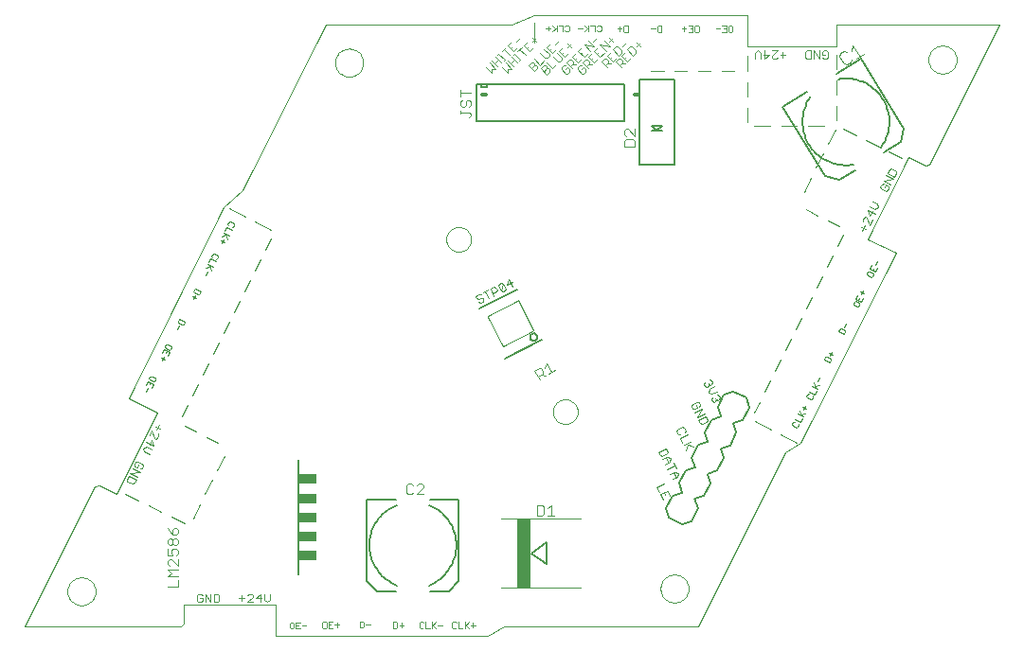
<source format=gto>
G75*
%MOIN*%
%OFA0B0*%
%FSLAX24Y24*%
%IPPOS*%
%LPD*%
%AMOC8*
5,1,8,0,0,1.08239X$1,22.5*
%
%ADD10C,0.0000*%
%ADD11C,0.0030*%
%ADD12C,0.0039*%
%ADD13C,0.0020*%
%ADD14C,0.0120*%
%ADD15C,0.0060*%
%ADD16C,0.0080*%
%ADD17C,0.0040*%
%ADD18R,0.0660X0.0380*%
%ADD19R,0.0492X0.2441*%
%ADD20C,0.0050*%
D10*
X001464Y001214D02*
X006978Y001214D01*
X007083Y001332D01*
X007084Y001992D01*
X010297Y001990D01*
X010291Y000897D01*
X017774Y000897D01*
X018329Y001214D01*
X025175Y001214D01*
X028236Y007336D01*
X028767Y007690D01*
X032134Y014373D01*
X031140Y014865D01*
X032577Y017739D01*
X033167Y017444D01*
X033315Y017483D01*
X035785Y022424D01*
X030024Y022423D01*
X030024Y022424D02*
X030024Y021647D01*
X026911Y021647D01*
X026911Y022739D01*
X019397Y022739D01*
X018610Y022424D01*
X012065Y022424D01*
X009141Y016568D01*
X008482Y015977D01*
X005126Y009265D01*
X006140Y008753D01*
X004703Y005889D01*
X004112Y006184D01*
X003925Y006145D01*
X001464Y001214D01*
X002981Y002453D02*
X002983Y002497D01*
X002989Y002541D01*
X002999Y002584D01*
X003012Y002626D01*
X003030Y002666D01*
X003051Y002705D01*
X003075Y002742D01*
X003102Y002777D01*
X003133Y002809D01*
X003166Y002838D01*
X003202Y002864D01*
X003240Y002886D01*
X003280Y002905D01*
X003321Y002921D01*
X003364Y002933D01*
X003407Y002941D01*
X003451Y002945D01*
X003495Y002945D01*
X003539Y002941D01*
X003582Y002933D01*
X003625Y002921D01*
X003666Y002905D01*
X003706Y002886D01*
X003744Y002864D01*
X003780Y002838D01*
X003813Y002809D01*
X003844Y002777D01*
X003871Y002742D01*
X003895Y002705D01*
X003916Y002666D01*
X003934Y002626D01*
X003947Y002584D01*
X003957Y002541D01*
X003963Y002497D01*
X003965Y002453D01*
X003963Y002409D01*
X003957Y002365D01*
X003947Y002322D01*
X003934Y002280D01*
X003916Y002240D01*
X003895Y002201D01*
X003871Y002164D01*
X003844Y002129D01*
X003813Y002097D01*
X003780Y002068D01*
X003744Y002042D01*
X003706Y002020D01*
X003666Y002001D01*
X003625Y001985D01*
X003582Y001973D01*
X003539Y001965D01*
X003495Y001961D01*
X003451Y001961D01*
X003407Y001965D01*
X003364Y001973D01*
X003321Y001985D01*
X003280Y002001D01*
X003240Y002020D01*
X003202Y002042D01*
X003166Y002068D01*
X003133Y002097D01*
X003102Y002129D01*
X003075Y002164D01*
X003051Y002201D01*
X003030Y002240D01*
X003012Y002280D01*
X002999Y002322D01*
X002989Y002365D01*
X002983Y002409D01*
X002981Y002453D01*
X016313Y014853D02*
X016315Y014894D01*
X016321Y014935D01*
X016331Y014975D01*
X016344Y015014D01*
X016361Y015051D01*
X016382Y015087D01*
X016406Y015121D01*
X016433Y015152D01*
X016462Y015180D01*
X016495Y015206D01*
X016529Y015228D01*
X016566Y015247D01*
X016604Y015262D01*
X016644Y015274D01*
X016684Y015282D01*
X016725Y015286D01*
X016767Y015286D01*
X016808Y015282D01*
X016848Y015274D01*
X016888Y015262D01*
X016926Y015247D01*
X016962Y015228D01*
X016997Y015206D01*
X017030Y015180D01*
X017059Y015152D01*
X017086Y015121D01*
X017110Y015087D01*
X017131Y015051D01*
X017148Y015014D01*
X017161Y014975D01*
X017171Y014935D01*
X017177Y014894D01*
X017179Y014853D01*
X017177Y014812D01*
X017171Y014771D01*
X017161Y014731D01*
X017148Y014692D01*
X017131Y014655D01*
X017110Y014619D01*
X017086Y014585D01*
X017059Y014554D01*
X017030Y014526D01*
X016997Y014500D01*
X016963Y014478D01*
X016926Y014459D01*
X016888Y014444D01*
X016848Y014432D01*
X016808Y014424D01*
X016767Y014420D01*
X016725Y014420D01*
X016684Y014424D01*
X016644Y014432D01*
X016604Y014444D01*
X016566Y014459D01*
X016530Y014478D01*
X016495Y014500D01*
X016462Y014526D01*
X016433Y014554D01*
X016406Y014585D01*
X016382Y014619D01*
X016361Y014655D01*
X016344Y014692D01*
X016331Y014731D01*
X016321Y014771D01*
X016315Y014812D01*
X016313Y014853D01*
X012400Y021079D02*
X012402Y021123D01*
X012408Y021167D01*
X012418Y021210D01*
X012431Y021252D01*
X012449Y021292D01*
X012470Y021331D01*
X012494Y021368D01*
X012521Y021403D01*
X012552Y021435D01*
X012585Y021464D01*
X012621Y021490D01*
X012659Y021512D01*
X012699Y021531D01*
X012740Y021547D01*
X012783Y021559D01*
X012826Y021567D01*
X012870Y021571D01*
X012914Y021571D01*
X012958Y021567D01*
X013001Y021559D01*
X013044Y021547D01*
X013085Y021531D01*
X013125Y021512D01*
X013163Y021490D01*
X013199Y021464D01*
X013232Y021435D01*
X013263Y021403D01*
X013290Y021368D01*
X013314Y021331D01*
X013335Y021292D01*
X013353Y021252D01*
X013366Y021210D01*
X013376Y021167D01*
X013382Y021123D01*
X013384Y021079D01*
X013382Y021035D01*
X013376Y020991D01*
X013366Y020948D01*
X013353Y020906D01*
X013335Y020866D01*
X013314Y020827D01*
X013290Y020790D01*
X013263Y020755D01*
X013232Y020723D01*
X013199Y020694D01*
X013163Y020668D01*
X013125Y020646D01*
X013085Y020627D01*
X013044Y020611D01*
X013001Y020599D01*
X012958Y020591D01*
X012914Y020587D01*
X012870Y020587D01*
X012826Y020591D01*
X012783Y020599D01*
X012740Y020611D01*
X012699Y020627D01*
X012659Y020646D01*
X012621Y020668D01*
X012585Y020694D01*
X012552Y020723D01*
X012521Y020755D01*
X012494Y020790D01*
X012470Y020827D01*
X012449Y020866D01*
X012431Y020906D01*
X012418Y020948D01*
X012408Y020991D01*
X012402Y021035D01*
X012400Y021079D01*
X020065Y008781D02*
X020067Y008822D01*
X020073Y008863D01*
X020083Y008903D01*
X020096Y008942D01*
X020113Y008979D01*
X020134Y009015D01*
X020158Y009049D01*
X020185Y009080D01*
X020214Y009108D01*
X020247Y009134D01*
X020281Y009156D01*
X020318Y009175D01*
X020356Y009190D01*
X020396Y009202D01*
X020436Y009210D01*
X020477Y009214D01*
X020519Y009214D01*
X020560Y009210D01*
X020600Y009202D01*
X020640Y009190D01*
X020678Y009175D01*
X020714Y009156D01*
X020749Y009134D01*
X020782Y009108D01*
X020811Y009080D01*
X020838Y009049D01*
X020862Y009015D01*
X020883Y008979D01*
X020900Y008942D01*
X020913Y008903D01*
X020923Y008863D01*
X020929Y008822D01*
X020931Y008781D01*
X020929Y008740D01*
X020923Y008699D01*
X020913Y008659D01*
X020900Y008620D01*
X020883Y008583D01*
X020862Y008547D01*
X020838Y008513D01*
X020811Y008482D01*
X020782Y008454D01*
X020749Y008428D01*
X020715Y008406D01*
X020678Y008387D01*
X020640Y008372D01*
X020600Y008360D01*
X020560Y008352D01*
X020519Y008348D01*
X020477Y008348D01*
X020436Y008352D01*
X020396Y008360D01*
X020356Y008372D01*
X020318Y008387D01*
X020282Y008406D01*
X020247Y008428D01*
X020214Y008454D01*
X020185Y008482D01*
X020158Y008513D01*
X020134Y008547D01*
X020113Y008583D01*
X020096Y008620D01*
X020083Y008659D01*
X020073Y008699D01*
X020067Y008740D01*
X020065Y008781D01*
X023850Y002550D02*
X023852Y002594D01*
X023858Y002638D01*
X023868Y002681D01*
X023881Y002723D01*
X023899Y002763D01*
X023920Y002802D01*
X023944Y002839D01*
X023971Y002874D01*
X024002Y002906D01*
X024035Y002935D01*
X024071Y002961D01*
X024109Y002983D01*
X024149Y003002D01*
X024190Y003018D01*
X024233Y003030D01*
X024276Y003038D01*
X024320Y003042D01*
X024364Y003042D01*
X024408Y003038D01*
X024451Y003030D01*
X024494Y003018D01*
X024535Y003002D01*
X024575Y002983D01*
X024613Y002961D01*
X024649Y002935D01*
X024682Y002906D01*
X024713Y002874D01*
X024740Y002839D01*
X024764Y002802D01*
X024785Y002763D01*
X024803Y002723D01*
X024816Y002681D01*
X024826Y002638D01*
X024832Y002594D01*
X024834Y002550D01*
X024832Y002506D01*
X024826Y002462D01*
X024816Y002419D01*
X024803Y002377D01*
X024785Y002337D01*
X024764Y002298D01*
X024740Y002261D01*
X024713Y002226D01*
X024682Y002194D01*
X024649Y002165D01*
X024613Y002139D01*
X024575Y002117D01*
X024535Y002098D01*
X024494Y002082D01*
X024451Y002070D01*
X024408Y002062D01*
X024364Y002058D01*
X024320Y002058D01*
X024276Y002062D01*
X024233Y002070D01*
X024190Y002082D01*
X024149Y002098D01*
X024109Y002117D01*
X024071Y002139D01*
X024035Y002165D01*
X024002Y002194D01*
X023971Y002226D01*
X023944Y002261D01*
X023920Y002298D01*
X023899Y002337D01*
X023881Y002377D01*
X023868Y002419D01*
X023858Y002462D01*
X023852Y002506D01*
X023850Y002550D01*
X033280Y021185D02*
X033282Y021229D01*
X033288Y021273D01*
X033298Y021316D01*
X033311Y021358D01*
X033329Y021398D01*
X033350Y021437D01*
X033374Y021474D01*
X033401Y021509D01*
X033432Y021541D01*
X033465Y021570D01*
X033501Y021596D01*
X033539Y021618D01*
X033579Y021637D01*
X033620Y021653D01*
X033663Y021665D01*
X033706Y021673D01*
X033750Y021677D01*
X033794Y021677D01*
X033838Y021673D01*
X033881Y021665D01*
X033924Y021653D01*
X033965Y021637D01*
X034005Y021618D01*
X034043Y021596D01*
X034079Y021570D01*
X034112Y021541D01*
X034143Y021509D01*
X034170Y021474D01*
X034194Y021437D01*
X034215Y021398D01*
X034233Y021358D01*
X034246Y021316D01*
X034256Y021273D01*
X034262Y021229D01*
X034264Y021185D01*
X034262Y021141D01*
X034256Y021097D01*
X034246Y021054D01*
X034233Y021012D01*
X034215Y020972D01*
X034194Y020933D01*
X034170Y020896D01*
X034143Y020861D01*
X034112Y020829D01*
X034079Y020800D01*
X034043Y020774D01*
X034005Y020752D01*
X033965Y020733D01*
X033924Y020717D01*
X033881Y020705D01*
X033838Y020697D01*
X033794Y020693D01*
X033750Y020693D01*
X033706Y020697D01*
X033663Y020705D01*
X033620Y020717D01*
X033579Y020733D01*
X033539Y020752D01*
X033501Y020774D01*
X033465Y020800D01*
X033432Y020829D01*
X033401Y020861D01*
X033374Y020896D01*
X033350Y020933D01*
X033329Y020972D01*
X033311Y021012D01*
X033298Y021054D01*
X033288Y021097D01*
X033282Y021141D01*
X033280Y021185D01*
D11*
X029735Y021259D02*
X029735Y021453D01*
X029687Y021501D01*
X029590Y021501D01*
X029542Y021453D01*
X029542Y021356D01*
X029638Y021356D01*
X029542Y021259D02*
X029590Y021211D01*
X029687Y021211D01*
X029735Y021259D01*
X029441Y021211D02*
X029247Y021501D01*
X029247Y021211D01*
X029146Y021211D02*
X029146Y021501D01*
X029001Y021501D01*
X028952Y021453D01*
X028952Y021259D01*
X029001Y021211D01*
X029146Y021211D01*
X029441Y021211D02*
X029441Y021501D01*
X028252Y021356D02*
X028058Y021356D01*
X028155Y021259D02*
X028155Y021453D01*
X027957Y021501D02*
X027764Y021308D01*
X027764Y021259D01*
X027812Y021211D01*
X027909Y021211D01*
X027957Y021259D01*
X027957Y021501D02*
X027764Y021501D01*
X027663Y021356D02*
X027469Y021356D01*
X027368Y021404D02*
X027271Y021501D01*
X027175Y021404D01*
X027175Y021211D01*
X027368Y021211D02*
X027368Y021404D01*
X027518Y021501D02*
X027518Y021211D01*
X027663Y021356D01*
X023128Y021643D02*
X022992Y021779D01*
X022992Y021643D02*
X023128Y021779D01*
X022852Y021639D02*
X022783Y021639D01*
X022681Y021537D01*
X022886Y021332D01*
X022988Y021434D01*
X022988Y021503D01*
X022852Y021639D01*
X022628Y021779D02*
X022492Y021643D01*
X022352Y021639D02*
X022283Y021639D01*
X022181Y021537D01*
X022386Y021332D01*
X022488Y021434D01*
X022488Y021503D01*
X022352Y021639D01*
X022170Y021809D02*
X022033Y021946D01*
X022033Y021809D02*
X022170Y021946D01*
X022064Y021635D02*
X021859Y021840D01*
X021722Y021704D02*
X022064Y021635D01*
X022109Y021465D02*
X021972Y021328D01*
X022177Y021123D01*
X022314Y021260D01*
X022366Y021223D02*
X022435Y021223D01*
X022503Y021154D01*
X022503Y021086D01*
X022401Y020983D01*
X022469Y020915D02*
X022264Y021120D01*
X022366Y021223D01*
X022472Y021328D02*
X022677Y021123D01*
X022814Y021260D01*
X022643Y021294D02*
X022575Y021226D01*
X022472Y021328D02*
X022609Y021465D01*
X022143Y021294D02*
X022075Y021226D01*
X022003Y021154D02*
X022003Y021086D01*
X021901Y020983D01*
X021969Y020915D02*
X021764Y021120D01*
X021866Y021223D01*
X021935Y021223D01*
X022003Y021154D01*
X021969Y021052D02*
X022106Y021052D01*
X022469Y021052D02*
X022606Y021052D01*
X021928Y021498D02*
X021722Y021704D01*
X021651Y021632D02*
X021514Y021495D01*
X021719Y021290D01*
X021856Y021427D01*
X021685Y021461D02*
X021617Y021393D01*
X021442Y021424D02*
X021306Y021287D01*
X021511Y021082D01*
X021648Y021218D01*
X021477Y021253D02*
X021408Y021184D01*
X021337Y021113D02*
X021337Y021044D01*
X021234Y020942D01*
X021302Y021010D02*
X021439Y021010D01*
X021337Y021113D02*
X021268Y021181D01*
X021200Y021181D01*
X021097Y021078D01*
X021302Y020873D01*
X021197Y020836D02*
X021128Y020904D01*
X021060Y020836D01*
X021060Y020973D02*
X020991Y020973D01*
X020923Y020904D01*
X020923Y020836D01*
X021060Y020699D01*
X021128Y020699D01*
X021197Y020767D01*
X021197Y020836D01*
X020948Y021082D02*
X020743Y021287D01*
X020880Y021424D01*
X020951Y021495D02*
X021157Y021290D01*
X021293Y021427D01*
X021365Y021498D02*
X021160Y021704D01*
X021502Y021635D01*
X021297Y021840D01*
X021471Y021809D02*
X021608Y021946D01*
X021088Y021632D02*
X020951Y021495D01*
X021054Y021393D02*
X021122Y021461D01*
X021085Y021218D02*
X020948Y021082D01*
X020877Y021010D02*
X020740Y021010D01*
X020774Y021044D02*
X020672Y020942D01*
X020740Y020873D02*
X020535Y021078D01*
X020637Y021181D01*
X020706Y021181D01*
X020774Y021113D01*
X020774Y021044D01*
X020846Y021184D02*
X020914Y021253D01*
X020606Y021427D02*
X020469Y021290D01*
X020264Y021495D01*
X020401Y021632D01*
X020435Y021461D02*
X020367Y021393D01*
X020363Y021253D02*
X020192Y021424D01*
X020168Y021552D02*
X020032Y021415D01*
X019826Y021620D01*
X019963Y021757D01*
X019997Y021586D02*
X019929Y021518D01*
X019926Y021378D02*
X019755Y021549D01*
X019618Y021412D02*
X019789Y021241D01*
X019858Y021241D01*
X019926Y021309D01*
X019926Y021378D01*
X020056Y021287D02*
X020227Y021116D01*
X020295Y021116D01*
X020363Y021184D01*
X020363Y021253D01*
X020429Y020973D02*
X020361Y020904D01*
X020361Y020836D01*
X020497Y020699D01*
X020566Y020699D01*
X020634Y020767D01*
X020634Y020836D01*
X020566Y020904D01*
X020497Y020836D01*
X020497Y020973D02*
X020429Y020973D01*
X020189Y021010D02*
X020052Y020873D01*
X019847Y021078D01*
X019752Y021135D02*
X019615Y020998D01*
X019410Y021203D01*
X019372Y021098D02*
X019407Y021064D01*
X019407Y020995D01*
X019304Y020892D01*
X019407Y020790D02*
X019509Y020892D01*
X019509Y020961D01*
X019475Y020995D01*
X019407Y020995D01*
X019372Y021098D02*
X019304Y021098D01*
X019201Y020995D01*
X019407Y020790D01*
X019639Y020870D02*
X019844Y020665D01*
X019947Y020767D01*
X019947Y020836D01*
X019913Y020870D01*
X019844Y020870D01*
X019741Y020767D01*
X019639Y020870D02*
X019741Y020973D01*
X019810Y020973D01*
X019844Y020939D01*
X019844Y020870D01*
X019233Y021491D02*
X019028Y021697D01*
X019165Y021833D01*
X019199Y021662D02*
X019130Y021594D01*
X019233Y021491D02*
X019370Y021628D01*
X019339Y021802D02*
X019476Y021939D01*
X019339Y021939D02*
X019476Y021802D01*
X018956Y021625D02*
X018819Y021488D01*
X018888Y021557D02*
X019093Y021351D01*
X018954Y021212D02*
X018886Y021144D01*
X018920Y021178D02*
X018715Y021384D01*
X018681Y021349D02*
X018749Y021418D01*
X018671Y021491D02*
X018807Y021628D01*
X018636Y021662D02*
X018568Y021594D01*
X018465Y021697D02*
X018671Y021491D01*
X018531Y021351D02*
X018325Y021557D01*
X018257Y021488D02*
X018394Y021625D01*
X018465Y021697D02*
X018602Y021833D01*
X018776Y021802D02*
X018913Y021939D01*
X018609Y021278D02*
X018814Y021073D01*
X018712Y021175D02*
X018575Y021038D01*
X018677Y020936D02*
X018472Y021141D01*
X018401Y021069D02*
X018606Y020864D01*
X018469Y020864D01*
X018469Y020727D01*
X018264Y020933D01*
X018252Y021073D02*
X018047Y021278D01*
X018118Y021349D02*
X018186Y021418D01*
X018152Y021384D02*
X018358Y021178D01*
X018323Y021144D02*
X018392Y021212D01*
X018149Y021175D02*
X018012Y021038D01*
X018115Y020936D02*
X017910Y021141D01*
X017838Y021069D02*
X018043Y020864D01*
X017907Y020864D01*
X017907Y020727D01*
X017701Y020933D01*
X017177Y020009D02*
X016807Y020009D01*
X016807Y020132D02*
X016807Y019885D01*
X016869Y019764D02*
X016807Y019702D01*
X016807Y019579D01*
X016869Y019517D01*
X016930Y019517D01*
X016992Y019579D01*
X016992Y019702D01*
X017054Y019764D01*
X017115Y019764D01*
X017177Y019702D01*
X017177Y019579D01*
X017115Y019517D01*
X017115Y019334D02*
X016807Y019334D01*
X016807Y019272D02*
X016807Y019396D01*
X017115Y019334D02*
X017177Y019272D01*
X017177Y019210D01*
X017115Y019149D01*
X020575Y021601D02*
X020712Y021738D01*
X020575Y021738D02*
X020712Y021601D01*
X020274Y021863D02*
X020137Y021726D01*
X022637Y018743D02*
X022576Y018682D01*
X022576Y018558D01*
X022637Y018497D01*
X022637Y018375D02*
X022576Y018313D01*
X022576Y018128D01*
X022946Y018128D01*
X022946Y018313D01*
X022884Y018375D01*
X022637Y018375D01*
X022946Y018497D02*
X022699Y018743D01*
X022637Y018743D01*
X022946Y018743D02*
X022946Y018497D01*
X018515Y013451D02*
X018450Y013256D01*
X018623Y013343D01*
X018645Y013192D02*
X018515Y013451D01*
X018316Y013298D02*
X018230Y013038D01*
X018295Y013016D01*
X018381Y013060D01*
X018403Y013125D01*
X018316Y013298D01*
X018251Y013319D01*
X018165Y013276D01*
X018143Y013211D01*
X018230Y013038D01*
X018096Y013079D02*
X018075Y013014D01*
X017945Y012949D01*
X017988Y012863D02*
X017858Y013122D01*
X017988Y013187D01*
X018053Y013166D01*
X018096Y013079D01*
X017768Y013077D02*
X017595Y012990D01*
X017681Y013034D02*
X017811Y012774D01*
X017613Y012729D02*
X017591Y012664D01*
X017504Y012620D01*
X017440Y012642D01*
X017439Y012750D02*
X017526Y012794D01*
X017591Y012772D01*
X017613Y012729D01*
X017439Y012750D02*
X017375Y012772D01*
X017353Y012815D01*
X017374Y012880D01*
X017461Y012923D01*
X017526Y012902D01*
X019826Y010488D02*
X020019Y010172D01*
X019914Y010108D02*
X020124Y010237D01*
X019785Y010318D02*
X019826Y010488D01*
X019649Y010308D02*
X019564Y010328D01*
X019406Y010231D01*
X019600Y009915D01*
X019535Y010021D02*
X019693Y010117D01*
X019714Y010202D01*
X019649Y010308D01*
X019641Y010085D02*
X019810Y010044D01*
X023784Y007367D02*
X023849Y007237D01*
X023914Y007215D01*
X024087Y007301D01*
X024109Y007366D01*
X024044Y007496D01*
X023784Y007367D01*
X023915Y007103D02*
X024089Y007189D01*
X024218Y007145D01*
X024175Y007016D01*
X024001Y006929D01*
X024131Y006994D02*
X024045Y007167D01*
X024306Y006968D02*
X024392Y006795D01*
X024349Y006881D02*
X024089Y006752D01*
X024177Y006575D02*
X024351Y006661D01*
X024480Y006617D01*
X024437Y006488D01*
X024263Y006402D01*
X024393Y006466D02*
X024307Y006639D01*
X023967Y006263D02*
X023707Y006134D01*
X023793Y005961D01*
X023838Y005871D02*
X023924Y005697D01*
X024011Y005848D02*
X023968Y005935D01*
X024098Y006000D02*
X024184Y005826D01*
X024098Y006000D02*
X023838Y005871D01*
X024747Y007428D02*
X024813Y007622D01*
X024748Y007644D02*
X025007Y007557D01*
X024921Y007730D02*
X024661Y007601D01*
X024616Y007692D02*
X024530Y007865D01*
X024790Y007994D01*
X024702Y008063D02*
X024723Y008128D01*
X024680Y008215D01*
X024616Y008236D01*
X024442Y008150D01*
X024420Y008086D01*
X024464Y007999D01*
X024528Y007977D01*
X025246Y008369D02*
X025311Y008347D01*
X025484Y008433D01*
X025506Y008498D01*
X025441Y008628D01*
X025182Y008499D01*
X025246Y008369D01*
X025137Y008590D02*
X025397Y008719D01*
X025310Y008892D02*
X025137Y008590D01*
X025051Y008763D02*
X025310Y008892D01*
X025222Y008961D02*
X025244Y009026D01*
X025201Y009113D01*
X025136Y009134D01*
X024963Y009048D01*
X024941Y008983D01*
X024984Y008897D01*
X025049Y008875D01*
X025136Y008918D01*
X025092Y009005D01*
X025635Y009234D02*
X025657Y009299D01*
X025635Y009234D02*
X025678Y009148D01*
X025743Y009126D01*
X025786Y009147D01*
X025808Y009212D01*
X025786Y009256D01*
X025808Y009212D02*
X025873Y009190D01*
X025916Y009212D01*
X025938Y009277D01*
X025895Y009363D01*
X025830Y009385D01*
X025828Y009497D02*
X025655Y009411D01*
X025525Y009455D01*
X025569Y009585D01*
X025742Y009671D01*
X025654Y009740D02*
X025676Y009805D01*
X025633Y009891D01*
X025568Y009913D01*
X025524Y009783D02*
X025546Y009740D01*
X025524Y009675D01*
X025481Y009654D01*
X025416Y009675D01*
X025373Y009762D01*
X025395Y009827D01*
X025546Y009740D02*
X025611Y009718D01*
X025654Y009740D01*
X019994Y005500D02*
X019994Y005130D01*
X019871Y005130D02*
X020118Y005130D01*
X019871Y005377D02*
X019994Y005500D01*
X019749Y005439D02*
X019688Y005500D01*
X019503Y005500D01*
X019503Y005130D01*
X019688Y005130D01*
X019749Y005192D01*
X019749Y005439D01*
X015515Y005869D02*
X015268Y005869D01*
X015515Y006116D01*
X015515Y006177D01*
X015453Y006239D01*
X015330Y006239D01*
X015268Y006177D01*
X015147Y006177D02*
X015085Y006239D01*
X014962Y006239D01*
X014900Y006177D01*
X014900Y005930D01*
X014962Y005869D01*
X015085Y005869D01*
X015147Y005930D01*
X010100Y002360D02*
X010100Y002167D01*
X010003Y002070D01*
X009906Y002167D01*
X009906Y002360D01*
X009757Y002360D02*
X009612Y002215D01*
X009805Y002215D01*
X009757Y002070D02*
X009757Y002360D01*
X009511Y002312D02*
X009462Y002360D01*
X009365Y002360D01*
X009317Y002312D01*
X009216Y002215D02*
X009022Y002215D01*
X009119Y002312D02*
X009119Y002118D01*
X009317Y002070D02*
X009511Y002263D01*
X009511Y002312D01*
X009511Y002070D02*
X009317Y002070D01*
X008316Y002120D02*
X008316Y002313D01*
X008268Y002362D01*
X008123Y002362D01*
X008123Y002071D01*
X008268Y002071D01*
X008316Y002120D01*
X008022Y002071D02*
X008022Y002362D01*
X007828Y002362D02*
X007828Y002071D01*
X007727Y002120D02*
X007727Y002217D01*
X007630Y002217D01*
X007533Y002313D02*
X007533Y002120D01*
X007582Y002071D01*
X007679Y002071D01*
X007727Y002120D01*
X007727Y002313D02*
X007679Y002362D01*
X007582Y002362D01*
X007533Y002313D01*
X007828Y002362D02*
X008022Y002071D01*
X006873Y002603D02*
X006873Y002850D01*
X006873Y002972D02*
X006503Y002972D01*
X006626Y003095D01*
X006503Y003219D01*
X006873Y003219D01*
X006873Y003340D02*
X006626Y003587D01*
X006565Y003587D01*
X006503Y003525D01*
X006503Y003402D01*
X006565Y003340D01*
X006873Y003340D02*
X006873Y003587D01*
X006812Y003708D02*
X006873Y003770D01*
X006873Y003894D01*
X006812Y003955D01*
X006688Y003955D01*
X006626Y003894D01*
X006626Y003832D01*
X006688Y003708D01*
X006503Y003708D01*
X006503Y003955D01*
X006565Y004077D02*
X006503Y004138D01*
X006503Y004262D01*
X006565Y004324D01*
X006626Y004324D01*
X006688Y004262D01*
X006688Y004138D01*
X006626Y004077D01*
X006565Y004077D01*
X006688Y004138D02*
X006750Y004077D01*
X006812Y004077D01*
X006873Y004138D01*
X006873Y004262D01*
X006812Y004324D01*
X006750Y004324D01*
X006688Y004262D01*
X006688Y004445D02*
X006688Y004630D01*
X006750Y004692D01*
X006812Y004692D01*
X006873Y004630D01*
X006873Y004507D01*
X006812Y004445D01*
X006688Y004445D01*
X006565Y004568D01*
X006503Y004692D01*
X005326Y006268D02*
X005391Y006398D01*
X005131Y006528D01*
X005066Y006398D01*
X005088Y006333D01*
X005261Y006247D01*
X005326Y006268D01*
X005436Y006488D02*
X005177Y006618D01*
X005523Y006661D01*
X005263Y006791D01*
X005352Y006860D02*
X005438Y006817D01*
X005482Y006903D01*
X005525Y006773D02*
X005590Y006795D01*
X005633Y006882D01*
X005611Y006946D01*
X005438Y007033D01*
X005373Y007012D01*
X005330Y006925D01*
X005352Y006860D01*
X005683Y007368D02*
X005640Y007498D01*
X005769Y007541D01*
X005942Y007454D01*
X006009Y007588D02*
X005945Y007783D01*
X005858Y007610D01*
X005750Y007718D02*
X006009Y007588D01*
X006076Y007830D02*
X006141Y007851D01*
X006185Y007938D01*
X006163Y008003D01*
X006122Y008137D02*
X006208Y008310D01*
X006079Y008266D02*
X006252Y008180D01*
X005947Y008111D02*
X006033Y007851D01*
X006076Y007830D01*
X005860Y007938D02*
X005947Y008111D01*
X005683Y007368D02*
X005856Y007281D01*
X006503Y002603D02*
X006873Y002603D01*
X030900Y015294D02*
X031073Y015207D01*
X030943Y015164D02*
X031030Y015337D01*
X030988Y015471D02*
X030967Y015536D01*
X031010Y015622D01*
X031075Y015644D01*
X031118Y015622D01*
X031205Y015362D01*
X031291Y015535D01*
X031207Y015691D02*
X031294Y015864D01*
X031382Y015933D02*
X031209Y016019D01*
X031142Y015885D02*
X031207Y015691D01*
X031142Y015885D02*
X031402Y015756D01*
X031382Y015933D02*
X031512Y015976D01*
X031469Y016106D01*
X031296Y016192D01*
X031607Y016645D02*
X031780Y016558D01*
X031844Y016580D01*
X031888Y016666D01*
X031866Y016731D01*
X031780Y016774D01*
X031736Y016688D01*
X031693Y016818D02*
X031628Y016796D01*
X031585Y016710D01*
X031607Y016645D01*
X031695Y016930D02*
X032041Y016973D01*
X031782Y017103D01*
X031827Y017193D02*
X031892Y017323D01*
X031957Y017345D01*
X032130Y017258D01*
X032152Y017193D01*
X032087Y017063D01*
X031827Y017193D01*
X031695Y016930D02*
X031955Y016800D01*
D12*
X032345Y017721D02*
X031888Y017950D01*
X031536Y018126D02*
X031078Y018356D01*
X030726Y018532D02*
X030268Y018761D01*
X029993Y018731D02*
X029744Y018233D01*
X029569Y017881D02*
X029320Y017382D01*
X029144Y017030D02*
X028896Y016532D01*
X028984Y015903D02*
X029389Y015700D01*
X029741Y015524D02*
X030146Y015321D01*
X030263Y015008D02*
X030072Y014625D01*
X029896Y014273D02*
X029705Y013891D01*
X029529Y013539D02*
X029337Y013157D01*
X029161Y012805D02*
X028970Y012423D01*
X028794Y012071D02*
X028602Y011689D01*
X028426Y011337D02*
X028235Y010954D01*
X028059Y010602D02*
X027867Y010220D01*
X027691Y009868D02*
X027500Y009486D01*
X027324Y009134D02*
X027132Y008752D01*
X027169Y008437D02*
X027731Y008154D01*
X028083Y007976D02*
X028645Y007693D01*
X019352Y011630D02*
X018300Y011094D01*
X018297Y011081D02*
X017761Y012133D01*
X017769Y012155D02*
X018822Y012692D01*
X018825Y012705D02*
X019361Y011652D01*
X010138Y014883D02*
X009947Y014500D01*
X009771Y014148D02*
X009580Y013766D01*
X009404Y013414D02*
X009212Y013032D01*
X009036Y012680D02*
X008845Y012298D01*
X008669Y011946D02*
X008477Y011564D01*
X008301Y011212D02*
X008110Y010829D01*
X007934Y010477D02*
X007742Y010095D01*
X007566Y009743D02*
X007375Y009361D01*
X007199Y009009D02*
X007007Y008627D01*
X007109Y008278D02*
X007514Y008075D01*
X007866Y007899D02*
X008271Y007696D01*
X008493Y007231D02*
X008244Y006733D01*
X008069Y006381D02*
X007820Y005882D01*
X007644Y005530D02*
X007396Y005032D01*
X007095Y004846D02*
X006638Y005075D01*
X006286Y005251D02*
X005828Y005481D01*
X005476Y005657D02*
X005018Y005886D01*
X009583Y015476D02*
X010145Y015193D01*
X009231Y015654D02*
X008669Y015937D01*
X019406Y021782D02*
X019409Y022497D01*
X023519Y020787D02*
X023957Y020788D01*
X024351Y020788D02*
X024789Y020788D01*
X025182Y020788D02*
X025620Y020788D01*
X026014Y020789D02*
X026452Y020789D01*
X026892Y020792D02*
X026892Y021305D01*
X026892Y021699D02*
X026892Y022213D01*
X026892Y020398D02*
X026892Y019884D01*
X026892Y019490D02*
X026892Y018976D01*
X027146Y018846D02*
X027703Y018847D01*
X028097Y018848D02*
X028654Y018849D01*
X029047Y018850D02*
X029604Y018850D01*
X030047Y019036D02*
X030047Y019548D01*
X030047Y019942D02*
X030047Y020454D01*
X030047Y020847D02*
X030047Y021359D01*
D13*
X026382Y022198D02*
X026382Y022345D01*
X026345Y022381D01*
X026272Y022381D01*
X026235Y022345D01*
X026235Y022198D01*
X026272Y022161D01*
X026345Y022161D01*
X026382Y022198D01*
X026161Y022161D02*
X026161Y022381D01*
X026014Y022381D01*
X026088Y022271D02*
X026161Y022271D01*
X026161Y022161D02*
X026014Y022161D01*
X025940Y022271D02*
X025793Y022271D01*
X025194Y022198D02*
X025194Y022345D01*
X025158Y022381D01*
X025084Y022381D01*
X025048Y022345D01*
X025048Y022198D01*
X025084Y022161D01*
X025158Y022161D01*
X025194Y022198D01*
X024974Y022161D02*
X024974Y022381D01*
X024827Y022381D01*
X024900Y022271D02*
X024974Y022271D01*
X024974Y022161D02*
X024827Y022161D01*
X024753Y022271D02*
X024606Y022271D01*
X024679Y022198D02*
X024679Y022345D01*
X023882Y022381D02*
X023882Y022161D01*
X023772Y022161D01*
X023735Y022198D01*
X023735Y022345D01*
X023772Y022381D01*
X023882Y022381D01*
X023661Y022271D02*
X023514Y022271D01*
X022694Y022161D02*
X022694Y022381D01*
X022584Y022381D01*
X022548Y022345D01*
X022548Y022198D01*
X022584Y022161D01*
X022694Y022161D01*
X022474Y022271D02*
X022327Y022271D01*
X022400Y022198D02*
X022400Y022345D01*
X021757Y022361D02*
X021757Y022214D01*
X021720Y022178D01*
X021647Y022178D01*
X021610Y022214D01*
X021536Y022178D02*
X021536Y022398D01*
X021389Y022398D01*
X021315Y022398D02*
X021315Y022178D01*
X021278Y022288D02*
X021168Y022398D01*
X021094Y022288D02*
X020947Y022288D01*
X021168Y022178D02*
X021315Y022325D01*
X021610Y022361D02*
X021647Y022398D01*
X021720Y022398D01*
X021757Y022361D01*
X020632Y022361D02*
X020632Y022214D01*
X020595Y022178D01*
X020522Y022178D01*
X020485Y022214D01*
X020411Y022178D02*
X020411Y022398D01*
X020264Y022398D01*
X020190Y022398D02*
X020190Y022178D01*
X020153Y022288D02*
X020043Y022398D01*
X019969Y022288D02*
X019822Y022288D01*
X019896Y022361D02*
X019896Y022214D01*
X020043Y022178D02*
X020190Y022325D01*
X020485Y022361D02*
X020522Y022398D01*
X020595Y022398D01*
X020632Y022361D01*
X031269Y013944D02*
X031204Y013813D01*
X031400Y013715D01*
X031466Y013846D01*
X031335Y013830D02*
X031302Y013764D01*
X031203Y013730D02*
X031154Y013714D01*
X031121Y013648D01*
X031137Y013599D01*
X031269Y013533D01*
X031318Y013550D01*
X031351Y013615D01*
X031334Y013665D01*
X031203Y013730D01*
X031401Y013961D02*
X031467Y014093D01*
X030970Y013036D02*
X030905Y012905D01*
X030872Y013003D02*
X031003Y012938D01*
X030970Y012789D02*
X030904Y012658D01*
X030707Y012757D01*
X030773Y012888D01*
X030839Y012773D02*
X030806Y012707D01*
X030838Y012608D02*
X030707Y012674D01*
X030658Y012657D01*
X030625Y012592D01*
X030641Y012543D01*
X030772Y012477D01*
X030822Y012493D01*
X030855Y012559D01*
X030838Y012608D01*
X030362Y011881D02*
X030296Y011749D01*
X030198Y011716D02*
X030148Y011699D01*
X030099Y011601D01*
X030296Y011502D01*
X030345Y011601D01*
X030329Y011650D01*
X030198Y011716D01*
X029866Y010886D02*
X029800Y010755D01*
X029767Y010854D02*
X029899Y010788D01*
X029833Y010656D02*
X029701Y010722D01*
X029652Y010705D01*
X029603Y010607D01*
X029800Y010508D01*
X029849Y010607D01*
X029833Y010656D01*
X029430Y009974D02*
X029364Y009843D01*
X029429Y009727D02*
X029281Y009678D01*
X029298Y009629D02*
X029232Y009826D01*
X029166Y009695D02*
X029363Y009596D01*
X029330Y009530D02*
X029264Y009398D01*
X029067Y009497D01*
X029067Y009414D02*
X029018Y009398D01*
X028985Y009332D01*
X029001Y009283D01*
X029133Y009217D01*
X029182Y009234D01*
X029215Y009299D01*
X029198Y009349D01*
X028933Y008980D02*
X028868Y008849D01*
X028835Y008947D02*
X028966Y008882D01*
X028933Y008733D02*
X028785Y008684D01*
X028801Y008635D02*
X028736Y008832D01*
X028670Y008701D02*
X028867Y008602D01*
X028834Y008536D02*
X028768Y008404D01*
X028571Y008503D01*
X028571Y008420D02*
X028522Y008404D01*
X028489Y008338D01*
X028505Y008289D01*
X028636Y008223D01*
X028686Y008240D01*
X028718Y008305D01*
X028702Y008354D01*
X017323Y001266D02*
X017177Y001266D01*
X017250Y001340D02*
X017250Y001193D01*
X017102Y001156D02*
X016992Y001266D01*
X016956Y001230D02*
X017102Y001377D01*
X016956Y001377D02*
X016956Y001156D01*
X016881Y001156D02*
X016735Y001156D01*
X016735Y001377D01*
X016660Y001340D02*
X016624Y001377D01*
X016550Y001377D01*
X016514Y001340D01*
X016514Y001193D01*
X016550Y001156D01*
X016624Y001156D01*
X016660Y001193D01*
X016166Y001266D02*
X016019Y001266D01*
X015945Y001376D02*
X015798Y001229D01*
X015835Y001266D02*
X015945Y001156D01*
X015798Y001156D02*
X015798Y001376D01*
X015578Y001376D02*
X015578Y001156D01*
X015724Y001156D01*
X015503Y001192D02*
X015467Y001156D01*
X015393Y001156D01*
X015357Y001192D01*
X015357Y001339D01*
X015393Y001376D01*
X015467Y001376D01*
X015503Y001339D01*
X014809Y001266D02*
X014662Y001266D01*
X014736Y001339D02*
X014736Y001192D01*
X014588Y001192D02*
X014588Y001339D01*
X014551Y001376D01*
X014441Y001376D01*
X014441Y001156D01*
X014551Y001156D01*
X014588Y001192D01*
X013627Y001283D02*
X013480Y001283D01*
X013406Y001356D02*
X013369Y001393D01*
X013259Y001393D01*
X013259Y001173D01*
X013369Y001173D01*
X013406Y001210D01*
X013406Y001356D01*
X012536Y001271D02*
X012389Y001271D01*
X012462Y001344D02*
X012462Y001197D01*
X012315Y001161D02*
X012168Y001161D01*
X012168Y001381D01*
X012315Y001381D01*
X012241Y001271D02*
X012168Y001271D01*
X012094Y001344D02*
X012057Y001381D01*
X011984Y001381D01*
X011947Y001344D01*
X011947Y001197D01*
X011984Y001161D01*
X012057Y001161D01*
X012094Y001197D01*
X012094Y001344D01*
X011389Y001246D02*
X011242Y001246D01*
X011168Y001136D02*
X011021Y001136D01*
X011021Y001356D01*
X011168Y001356D01*
X011095Y001246D02*
X011021Y001246D01*
X010947Y001173D02*
X010947Y001320D01*
X010911Y001356D01*
X010837Y001356D01*
X010800Y001320D01*
X010800Y001173D01*
X010837Y001136D01*
X010911Y001136D01*
X010947Y001173D01*
X005739Y009474D02*
X005805Y009605D01*
X005937Y009622D02*
X006002Y009754D01*
X005805Y009852D01*
X005740Y009721D01*
X005871Y009737D02*
X005904Y009803D01*
X006003Y009836D02*
X006052Y009853D01*
X006085Y009918D01*
X006068Y009968D01*
X005937Y010033D01*
X005888Y010017D01*
X005855Y009951D01*
X005871Y009902D01*
X006003Y009836D01*
X006298Y010593D02*
X006364Y010724D01*
X006396Y010626D02*
X006265Y010692D01*
X006298Y010840D02*
X006364Y010971D01*
X006561Y010873D01*
X006495Y010741D01*
X006430Y010856D02*
X006463Y010922D01*
X006561Y010955D02*
X006430Y011021D01*
X006414Y011070D01*
X006447Y011136D01*
X006496Y011152D01*
X006627Y011087D01*
X006644Y011037D01*
X006611Y010972D01*
X006561Y010955D01*
X006844Y011686D02*
X006909Y011817D01*
X006877Y011917D02*
X007008Y011851D01*
X007058Y011867D01*
X007107Y011966D01*
X006910Y012064D01*
X006861Y011966D01*
X006877Y011917D01*
X007402Y012743D02*
X007468Y012874D01*
X007501Y012776D02*
X007370Y012841D01*
X007436Y012973D02*
X007567Y012908D01*
X007616Y012924D01*
X007666Y013022D01*
X007469Y013121D01*
X007419Y013022D01*
X007436Y012973D01*
X007839Y013593D02*
X007905Y013724D01*
X008036Y013741D02*
X007971Y013938D01*
X007987Y013889D02*
X007839Y013839D01*
X007905Y013971D02*
X008102Y013872D01*
X008201Y014070D02*
X008004Y014168D01*
X007938Y014037D01*
X008070Y014218D02*
X008054Y014267D01*
X008087Y014333D01*
X008136Y014349D01*
X008267Y014284D01*
X008283Y014234D01*
X008251Y014169D01*
X008201Y014152D01*
X008398Y014712D02*
X008463Y014843D01*
X008365Y014810D02*
X008496Y014744D01*
X008595Y014860D02*
X008529Y015057D01*
X008546Y015008D02*
X008398Y014958D01*
X008464Y015090D02*
X008661Y014991D01*
X008760Y015189D02*
X008563Y015287D01*
X008497Y015156D01*
X008629Y015337D02*
X008612Y015387D01*
X008645Y015452D01*
X008695Y015469D01*
X008826Y015403D01*
X008842Y015354D01*
X008809Y015288D01*
X008760Y015272D01*
D14*
X017579Y019954D02*
X017704Y019954D01*
X022954Y019954D02*
X023079Y019954D01*
D15*
X018802Y013081D02*
X017482Y012420D01*
X019256Y011413D02*
X019258Y011435D01*
X019264Y011457D01*
X019273Y011477D01*
X019286Y011495D01*
X019302Y011511D01*
X019320Y011524D01*
X019340Y011533D01*
X019362Y011539D01*
X019384Y011541D01*
X019406Y011539D01*
X019428Y011533D01*
X019448Y011524D01*
X019466Y011511D01*
X019482Y011495D01*
X019495Y011477D01*
X019504Y011457D01*
X019510Y011435D01*
X019512Y011413D01*
X019510Y011391D01*
X019504Y011369D01*
X019495Y011349D01*
X019482Y011331D01*
X019466Y011315D01*
X019448Y011302D01*
X019428Y011293D01*
X019406Y011287D01*
X019384Y011285D01*
X019362Y011287D01*
X019340Y011293D01*
X019320Y011302D01*
X019302Y011315D01*
X019286Y011331D01*
X019273Y011349D01*
X019264Y011369D01*
X019258Y011391D01*
X019256Y011413D01*
X019683Y011320D02*
X018363Y010659D01*
D16*
X024723Y006715D02*
X024496Y006269D01*
X024605Y005933D01*
X024269Y005824D01*
X024042Y005378D01*
X024151Y005042D01*
X024597Y004815D01*
X024933Y004924D01*
X025160Y005370D01*
X025050Y005706D01*
X025387Y005815D01*
X025614Y006261D01*
X025504Y006597D01*
X025841Y006706D01*
X026068Y007152D01*
X025958Y007488D01*
X026295Y007597D01*
X026522Y008043D01*
X026412Y008379D01*
X026749Y008488D01*
X026976Y008934D01*
X026866Y009270D01*
X026421Y009497D01*
X026085Y009388D01*
X025858Y008942D01*
X025967Y008606D01*
X025631Y008497D01*
X025404Y008051D01*
X025513Y007715D01*
X025177Y007606D01*
X024950Y007160D01*
X025059Y006824D01*
X024723Y006715D01*
X019845Y004193D02*
X019845Y003406D01*
X019304Y003800D01*
X019845Y004193D01*
X016749Y002818D02*
X016395Y002464D01*
X015726Y002464D01*
X016749Y002818D02*
X016749Y005692D01*
X015745Y005692D01*
X014525Y005692D02*
X013521Y005692D01*
X013521Y002818D01*
X013875Y002464D01*
X014525Y002464D01*
X015706Y002661D02*
X015777Y002691D01*
X015846Y002726D01*
X015913Y002763D01*
X015979Y002804D01*
X016042Y002848D01*
X016103Y002896D01*
X016162Y002946D01*
X016218Y003000D01*
X016271Y003056D01*
X016321Y003114D01*
X016368Y003175D01*
X016412Y003239D01*
X016453Y003305D01*
X016490Y003372D01*
X016524Y003441D01*
X016554Y003512D01*
X016581Y003585D01*
X016604Y003659D01*
X016624Y003733D01*
X016639Y003809D01*
X016651Y003885D01*
X016659Y003962D01*
X016663Y004039D01*
X016663Y004117D01*
X016659Y004194D01*
X016651Y004271D01*
X016639Y004347D01*
X016624Y004423D01*
X016604Y004497D01*
X016581Y004571D01*
X016554Y004644D01*
X016524Y004715D01*
X016490Y004784D01*
X016453Y004851D01*
X016412Y004917D01*
X016368Y004981D01*
X016321Y005042D01*
X016271Y005100D01*
X016218Y005156D01*
X016162Y005210D01*
X016103Y005260D01*
X016042Y005308D01*
X015979Y005352D01*
X015913Y005393D01*
X015846Y005430D01*
X015777Y005465D01*
X015706Y005495D01*
X014564Y005495D02*
X014493Y005465D01*
X014424Y005430D01*
X014357Y005393D01*
X014291Y005352D01*
X014228Y005308D01*
X014167Y005260D01*
X014108Y005210D01*
X014052Y005156D01*
X013999Y005100D01*
X013949Y005042D01*
X013902Y004981D01*
X013858Y004917D01*
X013817Y004851D01*
X013780Y004784D01*
X013746Y004715D01*
X013716Y004644D01*
X013689Y004571D01*
X013666Y004497D01*
X013646Y004423D01*
X013631Y004347D01*
X013619Y004271D01*
X013611Y004194D01*
X013607Y004117D01*
X013607Y004039D01*
X013611Y003962D01*
X013619Y003885D01*
X013631Y003809D01*
X013646Y003733D01*
X013666Y003659D01*
X013689Y003585D01*
X013716Y003512D01*
X013746Y003441D01*
X013780Y003372D01*
X013817Y003305D01*
X013858Y003239D01*
X013902Y003175D01*
X013949Y003114D01*
X013999Y003056D01*
X014052Y003000D01*
X014108Y002946D01*
X014167Y002896D01*
X014228Y002848D01*
X014291Y002804D01*
X014357Y002763D01*
X014424Y002726D01*
X014493Y002691D01*
X014564Y002661D01*
X011109Y003057D02*
X011109Y007068D01*
X017383Y019005D02*
X017383Y020304D01*
X022586Y020304D01*
X022586Y019005D01*
X017383Y019005D01*
X017541Y020225D02*
X017738Y020225D01*
X017738Y020284D01*
X017541Y020284D02*
X017541Y020225D01*
X028153Y019523D02*
X029009Y020047D01*
X028153Y019523D02*
X029655Y017072D01*
X030142Y016955D01*
X030696Y017294D01*
X031720Y017922D02*
X032291Y018272D01*
X032408Y018759D01*
X030906Y021209D01*
X030050Y020685D01*
X030119Y020497D02*
X030196Y020508D01*
X030273Y020515D01*
X030350Y020518D01*
X030427Y020517D01*
X030504Y020512D01*
X030581Y020504D01*
X030657Y020491D01*
X030733Y020475D01*
X030807Y020455D01*
X030881Y020431D01*
X030953Y020404D01*
X031023Y020373D01*
X031092Y020338D01*
X031160Y020300D01*
X031225Y020259D01*
X031288Y020214D01*
X031349Y020166D01*
X031407Y020115D01*
X031462Y020062D01*
X031515Y020005D01*
X031565Y019946D01*
X031612Y019885D01*
X031655Y019821D01*
X031696Y019755D01*
X031733Y019687D01*
X031766Y019618D01*
X031796Y019547D01*
X031822Y019474D01*
X031845Y019400D01*
X031864Y019325D01*
X031879Y019250D01*
X031890Y019173D01*
X031897Y019096D01*
X031901Y019019D01*
X031900Y018942D01*
X031896Y018865D01*
X031888Y018788D01*
X031875Y018712D01*
X031859Y018636D01*
X031840Y018561D01*
X031816Y018488D01*
X031789Y018416D01*
X031758Y018345D01*
X031724Y018276D01*
X031686Y018208D01*
X031645Y018143D01*
X031600Y018080D01*
X030627Y017483D02*
X030550Y017472D01*
X030473Y017465D01*
X030396Y017462D01*
X030319Y017463D01*
X030242Y017468D01*
X030165Y017476D01*
X030089Y017489D01*
X030013Y017505D01*
X029939Y017525D01*
X029865Y017549D01*
X029793Y017576D01*
X029723Y017607D01*
X029654Y017642D01*
X029586Y017680D01*
X029521Y017721D01*
X029458Y017766D01*
X029397Y017814D01*
X029339Y017865D01*
X029284Y017918D01*
X029231Y017975D01*
X029181Y018034D01*
X029134Y018095D01*
X029091Y018159D01*
X029050Y018225D01*
X029013Y018293D01*
X028980Y018362D01*
X028950Y018433D01*
X028924Y018506D01*
X028901Y018580D01*
X028882Y018655D01*
X028867Y018730D01*
X028856Y018807D01*
X028849Y018884D01*
X028845Y018961D01*
X028846Y019038D01*
X028850Y019115D01*
X028858Y019192D01*
X028871Y019268D01*
X028887Y019344D01*
X028906Y019419D01*
X028930Y019492D01*
X028957Y019564D01*
X028988Y019635D01*
X029022Y019704D01*
X029060Y019772D01*
X029101Y019837D01*
X029146Y019900D01*
D17*
X030297Y021035D02*
X030403Y021010D01*
X030533Y021090D01*
X030559Y021195D01*
X030730Y021210D02*
X030991Y021371D01*
X030861Y021290D02*
X030620Y021683D01*
X030569Y021472D01*
X030398Y021457D02*
X030293Y021482D01*
X030162Y021402D01*
X030137Y021297D01*
X030297Y021035D01*
X021033Y005022D02*
X018229Y005022D01*
X018229Y002577D02*
X021033Y002577D01*
D18*
X011405Y003723D03*
X011405Y004393D03*
X011405Y005063D03*
X011405Y005733D03*
X011405Y006403D03*
D19*
X019050Y003800D03*
D20*
X023092Y017480D02*
X023092Y020474D01*
X023173Y020474D01*
X024352Y020474D01*
X024352Y017480D01*
X024173Y017480D01*
X023092Y017480D01*
X024173Y017480D02*
X024271Y017480D01*
X023897Y018697D02*
X023547Y018697D01*
X023547Y018847D02*
X023722Y018697D01*
X023897Y018847D01*
X023547Y018847D01*
X023196Y020474D02*
X023173Y020474D01*
M02*

</source>
